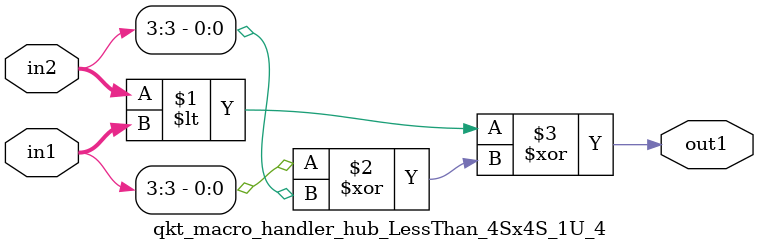
<source format=v>

`timescale 1ps / 1ps


module qkt_macro_handler_hub_LessThan_4Sx4S_1U_4( in2, in1, out1 );

    input [3:0] in2;
    input [3:0] in1;
    output out1;

    
    // rtl_process:qkt_macro_handler_hub_LessThan_4Sx4S_1U_4/qkt_macro_handler_hub_LessThan_4Sx4S_1U_4_thread_1
    assign out1 = (in2 < in1 ^ (in1[3] ^ in2[3]));

endmodule


</source>
